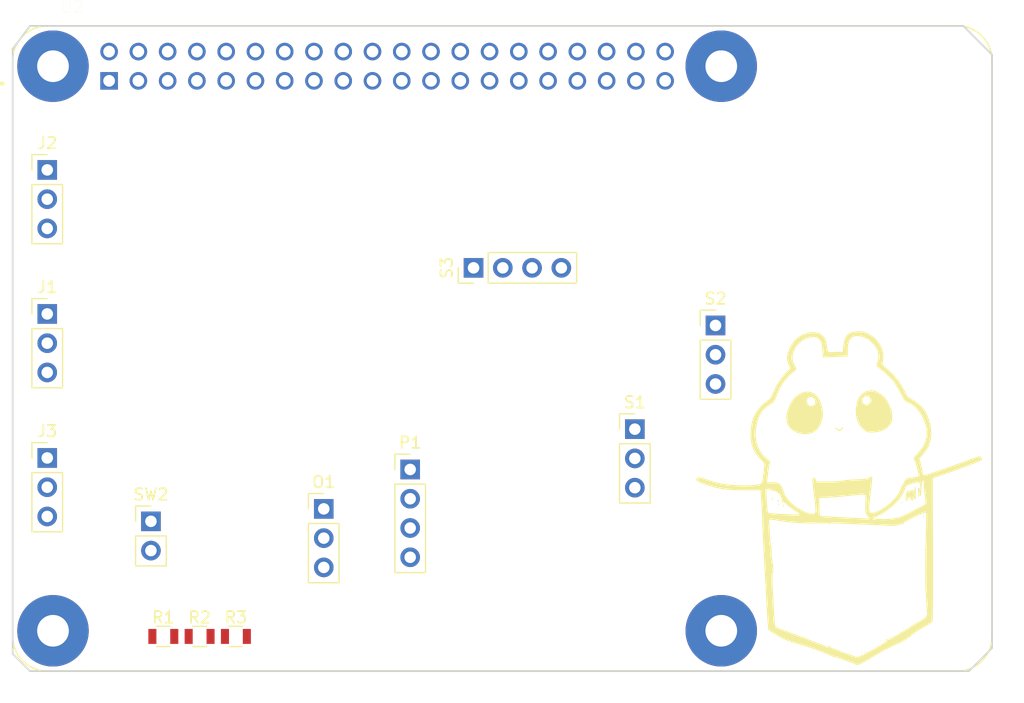
<source format=kicad_pcb>
(kicad_pcb (version 20171130) (host pcbnew "(5.0.0)")

  (general
    (thickness 1.6)
    (drawings 12)
    (tracks 0)
    (zones 0)
    (modules 14)
    (nets 5)
  )

  (page A4)
  (layers
    (0 F.Cu signal)
    (31 B.Cu signal)
    (32 B.Adhes user)
    (33 F.Adhes user)
    (34 B.Paste user)
    (35 F.Paste user)
    (36 B.SilkS user)
    (37 F.SilkS user)
    (38 B.Mask user)
    (39 F.Mask user)
    (40 Dwgs.User user)
    (41 Cmts.User user)
    (42 Eco1.User user)
    (43 Eco2.User user)
    (44 Edge.Cuts user)
    (45 Margin user)
    (46 B.CrtYd user)
    (47 F.CrtYd user)
    (48 B.Fab user)
    (49 F.Fab user)
  )

  (setup
    (last_trace_width 0.25)
    (trace_clearance 0.2)
    (zone_clearance 0.508)
    (zone_45_only no)
    (trace_min 0.2)
    (segment_width 0.2)
    (edge_width 0.15)
    (via_size 0.8)
    (via_drill 0.4)
    (via_min_size 0.4)
    (via_min_drill 0.3)
    (uvia_size 0.3)
    (uvia_drill 0.1)
    (uvias_allowed no)
    (uvia_min_size 0.2)
    (uvia_min_drill 0.1)
    (pcb_text_width 0.3)
    (pcb_text_size 1.5 1.5)
    (mod_edge_width 0.15)
    (mod_text_size 1 1)
    (mod_text_width 0.15)
    (pad_size 1.524 1.524)
    (pad_drill 0.762)
    (pad_to_mask_clearance 0.2)
    (aux_axis_origin 0 0)
    (visible_elements 7FFFFFFF)
    (pcbplotparams
      (layerselection 0x010fc_ffffffff)
      (usegerberextensions false)
      (usegerberattributes false)
      (usegerberadvancedattributes false)
      (creategerberjobfile false)
      (excludeedgelayer true)
      (linewidth 0.100000)
      (plotframeref false)
      (viasonmask false)
      (mode 1)
      (useauxorigin false)
      (hpglpennumber 1)
      (hpglpenspeed 20)
      (hpglpendiameter 15.000000)
      (psnegative false)
      (psa4output false)
      (plotreference true)
      (plotvalue true)
      (plotinvisibletext false)
      (padsonsilk false)
      (subtractmaskfromsilk false)
      (outputformat 1)
      (mirror false)
      (drillshape 1)
      (scaleselection 1)
      (outputdirectory ""))
  )

  (net 0 "")
  (net 1 3V3)
  (net 2 5V)
  (net 3 GND)
  (net 4 IO18)

  (net_class Default "Esta es la clase de red por defecto."
    (clearance 0.2)
    (trace_width 0.25)
    (via_dia 0.8)
    (via_drill 0.4)
    (uvia_dia 0.3)
    (uvia_drill 0.1)
    (add_net 3V3)
    (add_net 5V)
    (add_net GND)
    (add_net IO18)
  )

  (module hampo:Logo (layer F.Cu) (tedit 0) (tstamp 5F9AF5FE)
    (at 246.5 85.5)
    (fp_text reference G*** (at 0 0) (layer F.SilkS) hide
      (effects (font (size 1.524 1.524) (thickness 0.3)))
    )
    (fp_text value LOGO (at 0.75 0) (layer F.SilkS) hide
      (effects (font (size 1.524 1.524) (thickness 0.3)))
    )
    (fp_poly (pts (xy 0.071746 -4.132915) (xy 0.029476 -4.034804) (xy 0.016111 -4.015946) (xy -0.133605 -3.860387)
      (xy -0.277175 -3.831445) (xy -0.436511 -3.917604) (xy -0.560375 -4.033661) (xy -0.617412 -4.123839)
      (xy -0.617838 -4.128884) (xy -0.572199 -4.138246) (xy -0.45989 -4.072656) (xy -0.435064 -4.053763)
      (xy -0.252291 -3.909993) (xy -0.091821 -4.060747) (xy 0.024182 -4.144523) (xy 0.071746 -4.132915)) (layer F.SilkS) (width 0.01))
    (fp_poly (pts (xy 2.735659 -7.347697) (xy 3.043488 -7.230117) (xy 3.302866 -7.080664) (xy 3.5308 -6.91548)
      (xy 3.717783 -6.724075) (xy 3.888924 -6.474133) (xy 4.069335 -6.13334) (xy 4.1183 -6.031277)
      (xy 4.241693 -5.73725) (xy 4.304575 -5.477386) (xy 4.32445 -5.173655) (xy 4.324811 -5.110686)
      (xy 4.317794 -4.837657) (xy 4.28754 -4.65) (xy 4.220354 -4.496121) (xy 4.123676 -4.352933)
      (xy 3.816638 -4.047264) (xy 3.41741 -3.841097) (xy 2.924017 -3.733524) (xy 2.745946 -3.719777)
      (xy 2.46998 -3.711647) (xy 2.283292 -3.725954) (xy 2.138446 -3.772457) (xy 1.988009 -3.860911)
      (xy 1.956487 -3.88217) (xy 1.744833 -4.042347) (xy 1.588857 -4.210249) (xy 1.457357 -4.427547)
      (xy 1.321487 -4.730215) (xy 1.19253 -5.213333) (xy 1.177485 -5.747894) (xy 1.276644 -6.308265)
      (xy 1.302608 -6.396929) (xy 1.376569 -6.57722) (xy 1.725125 -6.57722) (xy 1.734162 -6.383276)
      (xy 1.833812 -6.216893) (xy 2.006685 -6.119811) (xy 2.093784 -6.10973) (xy 2.269351 -6.154387)
      (xy 2.363475 -6.217606) (xy 2.461021 -6.404982) (xy 2.442496 -6.633762) (xy 2.400287 -6.732081)
      (xy 2.277201 -6.834237) (xy 2.093852 -6.863238) (xy 1.907689 -6.816599) (xy 1.824093 -6.756989)
      (xy 1.725125 -6.57722) (xy 1.376569 -6.57722) (xy 1.456272 -6.771507) (xy 1.664191 -7.039105)
      (xy 1.951821 -7.226988) (xy 2.150955 -7.305468) (xy 2.45035 -7.370432) (xy 2.735659 -7.347697)) (layer F.SilkS) (width 0.01))
    (fp_poly (pts (xy -2.664532 -7.186365) (xy -2.574324 -7.147647) (xy -2.320934 -7.004807) (xy -2.136799 -6.824694)
      (xy -1.983172 -6.565351) (xy -1.930475 -6.450465) (xy -1.764894 -5.972934) (xy -1.68143 -5.501179)
      (xy -1.6855 -5.073685) (xy -1.714612 -4.916609) (xy -1.890292 -4.407818) (xy -2.131332 -4.019273)
      (xy -2.438299 -3.750171) (xy -2.59987 -3.66708) (xy -2.906308 -3.590364) (xy -3.276948 -3.57326)
      (xy -3.653255 -3.613848) (xy -3.976695 -3.710208) (xy -3.981622 -3.712419) (xy -4.382126 -3.953156)
      (xy -4.661376 -4.257767) (xy -4.819097 -4.625213) (xy -4.855018 -5.054455) (xy -4.768866 -5.544456)
      (xy -4.589528 -6.030309) (xy -4.384279 -6.409262) (xy -3.08305 -6.409262) (xy -3.026686 -6.208657)
      (xy -2.94838 -6.106218) (xy -2.766796 -6.008823) (xy -2.55761 -6.040854) (xy -2.419865 -6.126537)
      (xy -2.334571 -6.269739) (xy -2.342932 -6.450081) (xy -2.426335 -6.625665) (xy -2.566171 -6.754595)
      (xy -2.717358 -6.796216) (xy -2.915785 -6.740677) (xy -3.041883 -6.599147) (xy -3.08305 -6.409262)
      (xy -4.384279 -6.409262) (xy -4.349217 -6.473997) (xy -4.067078 -6.806749) (xy -3.720323 -7.053602)
      (xy -3.604054 -7.112871) (xy -3.264163 -7.239451) (xy -2.966661 -7.26342) (xy -2.664532 -7.186365)) (layer F.SilkS) (width 0.01))
    (fp_poly (pts (xy -5.493887 2.180348) (xy -5.491892 2.196757) (xy -5.544132 2.26341) (xy -5.56054 2.265405)
      (xy -5.627194 2.213165) (xy -5.629189 2.196757) (xy -5.576949 2.130103) (xy -5.56054 2.128108)
      (xy -5.493887 2.180348)) (layer F.SilkS) (width 0.01))
    (fp_poly (pts (xy -6.061282 1.905) (xy -6.049925 2.105041) (xy -6.061282 2.213919) (xy -6.078259 2.246451)
      (xy -6.08903 2.160201) (xy -6.091032 2.059459) (xy -6.085677 1.910983) (xy -6.071985 1.870224)
      (xy -6.061282 1.905)) (layer F.SilkS) (width 0.01))
    (fp_poly (pts (xy -5.513219 2.419865) (xy -5.502543 2.593973) (xy -5.513219 2.660135) (xy -5.533117 2.6815)
      (xy -5.54395 2.586577) (xy -5.544614 2.54) (xy -5.537457 2.415106) (xy -5.519637 2.400387)
      (xy -5.513219 2.419865)) (layer F.SilkS) (width 0.01))
    (fp_poly (pts (xy -5.104473 2.546665) (xy -5.101076 2.558469) (xy -5.091026 2.708007) (xy -5.103619 2.764414)
      (xy -5.126156 2.766697) (xy -5.13536 2.65923) (xy -5.135266 2.642973) (xy -5.125367 2.536502)
      (xy -5.104473 2.546665)) (layer F.SilkS) (width 0.01))
    (fp_poly (pts (xy 6.361845 1.05698) (xy 6.370762 1.260522) (xy 6.374976 1.458784) (xy 6.372721 1.777869)
      (xy 6.356984 2.003607) (xy 6.329383 2.117766) (xy 6.315676 2.128108) (xy 6.264117 2.068771)
      (xy 6.241607 1.939324) (xy 6.233416 1.827303) (xy 6.214387 1.825751) (xy 6.178694 1.943764)
      (xy 6.142664 2.093784) (xy 6.106964 2.230235) (xy 6.078311 2.242472) (xy 6.034267 2.14086)
      (xy 5.965416 2.036442) (xy 5.904364 2.024776) (xy 5.849759 2.002046) (xy 5.829716 1.909051)
      (xy 5.815587 1.821146) (xy 5.790372 1.853513) (xy 5.708862 2.055006) (xy 5.620701 2.205644)
      (xy 5.549349 2.265402) (xy 5.54894 2.265405) (xy 5.514724 2.204075) (xy 5.494363 2.049123)
      (xy 5.491892 1.960538) (xy 5.50611 1.766521) (xy 5.541914 1.636231) (xy 5.560541 1.613243)
      (xy 5.697838 1.613243) (xy 5.732162 1.647567) (xy 5.766487 1.613243) (xy 5.732162 1.578919)
      (xy 6.178378 1.578919) (xy 6.203496 1.635424) (xy 6.224144 1.624685) (xy 6.23236 1.543215)
      (xy 6.224144 1.533153) (xy 6.183333 1.542576) (xy 6.178378 1.578919) (xy 5.732162 1.578919)
      (xy 5.697838 1.613243) (xy 5.560541 1.613243) (xy 5.61627 1.517513) (xy 5.63024 1.420408)
      (xy 5.641705 1.323546) (xy 5.682952 1.352371) (xy 5.694698 1.370243) (xy 5.756885 1.431398)
      (xy 5.839399 1.394787) (xy 5.887836 1.353081) (xy 6.025676 1.250748) (xy 6.095599 1.260515)
      (xy 6.10973 1.338649) (xy 6.146105 1.430014) (xy 6.177071 1.441622) (xy 6.230441 1.405533)
      (xy 6.276936 1.282656) (xy 6.323923 1.051076) (xy 6.338595 0.961081) (xy 6.350632 0.950453)
      (xy 6.361845 1.05698)) (layer F.SilkS) (width 0.01))
    (fp_poly (pts (xy 5.194414 2.356937) (xy 5.20263 2.438407) (xy 5.194414 2.448468) (xy 5.153603 2.439045)
      (xy 5.148649 2.402703) (xy 5.173766 2.346197) (xy 5.194414 2.356937)) (layer F.SilkS) (width 0.01))
    (fp_poly (pts (xy 7.070811 3.398108) (xy 7.036487 3.432432) (xy 7.002162 3.398108) (xy 7.036487 3.363784)
      (xy 7.070811 3.398108)) (layer F.SilkS) (width 0.01))
    (fp_poly (pts (xy 7.116577 3.592612) (xy 7.107153 3.633424) (xy 7.070811 3.638378) (xy 7.014305 3.613261)
      (xy 7.025045 3.592612) (xy 7.106515 3.584397) (xy 7.116577 3.592612)) (layer F.SilkS) (width 0.01))
    (fp_poly (pts (xy -1.098378 4.221892) (xy -1.132703 4.256216) (xy -1.167027 4.221892) (xy -1.132703 4.187567)
      (xy -1.098378 4.221892)) (layer F.SilkS) (width 0.01))
    (fp_poly (pts (xy -4.324865 4.221892) (xy -4.359189 4.256216) (xy -4.393513 4.221892) (xy -4.359189 4.187567)
      (xy -4.324865 4.221892)) (layer F.SilkS) (width 0.01))
    (fp_poly (pts (xy -6.132613 5.377477) (xy -6.124397 5.458947) (xy -6.132613 5.469009) (xy -6.173424 5.459586)
      (xy -6.178378 5.423243) (xy -6.153261 5.366738) (xy -6.132613 5.377477)) (layer F.SilkS) (width 0.01))
    (fp_poly (pts (xy -6.041081 5.938108) (xy -6.075405 5.972432) (xy -6.10973 5.938108) (xy -6.075405 5.903784)
      (xy -6.041081 5.938108)) (layer F.SilkS) (width 0.01))
    (fp_poly (pts (xy -6.10973 6.144054) (xy -6.144054 6.178378) (xy -6.178378 6.144054) (xy -6.144054 6.10973)
      (xy -6.10973 6.144054)) (layer F.SilkS) (width 0.01))
    (fp_poly (pts (xy 7.208108 6.487297) (xy 7.173784 6.521622) (xy 7.13946 6.487297) (xy 7.173784 6.452973)
      (xy 7.208108 6.487297)) (layer F.SilkS) (width 0.01))
    (fp_poly (pts (xy 6.247027 12.802973) (xy 6.212703 12.837297) (xy 6.178378 12.802973) (xy 6.212703 12.768649)
      (xy 6.247027 12.802973)) (layer F.SilkS) (width 0.01))
    (fp_poly (pts (xy -5.697838 13.077567) (xy -5.732162 13.111892) (xy -5.766486 13.077567) (xy -5.732162 13.043243)
      (xy -5.697838 13.077567)) (layer F.SilkS) (width 0.01))
    (fp_poly (pts (xy -4.942703 13.146216) (xy -4.977027 13.18054) (xy -5.011351 13.146216) (xy -4.977027 13.111892)
      (xy -4.942703 13.146216)) (layer F.SilkS) (width 0.01))
    (fp_poly (pts (xy -5.491892 13.146216) (xy -5.526216 13.18054) (xy -5.56054 13.146216) (xy -5.526216 13.111892)
      (xy -5.491892 13.146216)) (layer F.SilkS) (width 0.01))
    (fp_poly (pts (xy 5.354595 13.283513) (xy 5.32027 13.317838) (xy 5.285946 13.283513) (xy 5.32027 13.249189)
      (xy 5.354595 13.283513)) (layer F.SilkS) (width 0.01))
    (fp_poly (pts (xy 3.910179 14.260103) (xy 3.912973 14.278919) (xy 3.889551 14.345783) (xy 3.8827 14.347567)
      (xy 3.82409 14.299463) (xy 3.81 14.278919) (xy 3.815443 14.21566) (xy 3.840273 14.21027)
      (xy 3.910179 14.260103)) (layer F.SilkS) (width 0.01))
    (fp_poly (pts (xy 3.684144 14.37045) (xy 3.674721 14.411262) (xy 3.638378 14.416216) (xy 3.581873 14.391099)
      (xy 3.592613 14.37045) (xy 3.674083 14.362234) (xy 3.684144 14.37045)) (layer F.SilkS) (width 0.01))
    (fp_poly (pts (xy 3.363784 14.381892) (xy 3.32946 14.416216) (xy 3.295135 14.381892) (xy 3.32946 14.347567)
      (xy 3.363784 14.381892)) (layer F.SilkS) (width 0.01))
    (fp_poly (pts (xy 2.036577 15.331531) (xy 2.027153 15.372343) (xy 1.990811 15.377297) (xy 1.934305 15.35218)
      (xy 1.945045 15.331531) (xy 2.026515 15.323316) (xy 2.036577 15.331531)) (layer F.SilkS) (width 0.01))
    (fp_poly (pts (xy 1.693333 15.331531) (xy 1.701549 15.413001) (xy 1.693333 15.423063) (xy 1.652522 15.41364)
      (xy 1.647568 15.377297) (xy 1.672685 15.320792) (xy 1.693333 15.331531)) (layer F.SilkS) (width 0.01))
    (fp_poly (pts (xy 1.770918 -12.469784) (xy 1.970992 -12.408871) (xy 2.211927 -12.299906) (xy 2.460197 -12.168313)
      (xy 2.681142 -12.03189) (xy 2.814595 -11.93055) (xy 3.045097 -11.67041) (xy 3.266788 -11.345775)
      (xy 3.436635 -11.021894) (xy 3.470606 -10.935868) (xy 3.535444 -10.660145) (xy 3.563448 -10.33653)
      (xy 3.552908 -10.024914) (xy 3.503356 -9.788417) (xy 3.476898 -9.682306) (xy 3.505715 -9.590764)
      (xy 3.609893 -9.479965) (xy 3.760789 -9.354893) (xy 4.428224 -8.743565) (xy 4.976718 -8.069599)
      (xy 5.414246 -7.322726) (xy 5.524524 -7.084137) (xy 5.633339 -6.886819) (xy 5.78184 -6.744006)
      (xy 6.014595 -6.611733) (xy 6.286256 -6.446078) (xy 6.592443 -6.209286) (xy 6.88635 -5.940836)
      (xy 7.121172 -5.680207) (xy 7.125321 -5.674858) (xy 7.254542 -5.461524) (xy 7.393276 -5.158885)
      (xy 7.524041 -4.812258) (xy 7.629359 -4.466956) (xy 7.68181 -4.232232) (xy 7.734561 -3.583787)
      (xy 7.658467 -2.982467) (xy 7.453259 -2.427246) (xy 7.11867 -1.9171) (xy 7.057682 -1.844836)
      (xy 6.70546 -1.439878) (xy 6.853811 -0.823552) (xy 6.919449 -0.540098) (xy 6.970216 -0.30038)
      (xy 6.998643 -0.140646) (xy 7.002162 -0.103613) (xy 7.053016 -0.012105) (xy 7.097682 0)
      (xy 7.201512 -0.022426) (xy 7.415467 -0.085411) (xy 7.720669 -0.182516) (xy 8.098241 -0.307303)
      (xy 8.529305 -0.453332) (xy 8.994984 -0.614165) (xy 9.476399 -0.783362) (xy 9.954672 -0.954484)
      (xy 10.410927 -1.121094) (xy 10.694015 -1.226658) (xy 11.065224 -1.364417) (xy 11.395884 -1.483264)
      (xy 11.662962 -1.575227) (xy 11.84343 -1.632334) (xy 11.910113 -1.647568) (xy 12.012292 -1.596088)
      (xy 12.095646 -1.480223) (xy 12.127319 -1.357832) (xy 12.105684 -1.303166) (xy 12.020079 -1.258591)
      (xy 11.824248 -1.175532) (xy 11.537428 -1.061221) (xy 11.178857 -0.922889) (xy 10.767771 -0.767766)
      (xy 10.323409 -0.603086) (xy 9.865006 -0.436077) (xy 9.4118 -0.273973) (xy 8.983029 -0.124004)
      (xy 8.821351 -0.068585) (xy 7.86027 0.258587) (xy 7.881713 6.324834) (xy 7.884241 7.229993)
      (xy 7.885364 8.098883) (xy 7.885143 8.921278) (xy 7.883641 9.686956) (xy 7.880921 10.385692)
      (xy 7.877043 11.007261) (xy 7.872071 11.54144) (xy 7.866067 11.978005) (xy 7.859093 12.30673)
      (xy 7.851211 12.517393) (xy 7.843563 12.597027) (xy 7.797036 12.6993) (xy 7.706003 12.800121)
      (xy 7.549101 12.915988) (xy 7.304966 13.063393) (xy 7.068848 13.195207) (xy 6.758755 13.373418)
      (xy 6.469205 13.554256) (xy 6.236091 13.714488) (xy 6.111593 13.814801) (xy 5.792335 14.082866)
      (xy 5.426735 14.323371) (xy 4.977957 14.559428) (xy 4.771081 14.655889) (xy 4.347169 14.851098)
      (xy 3.986078 15.025658) (xy 3.651601 15.198979) (xy 3.307533 15.390466) (xy 2.917667 15.619527)
      (xy 2.489585 15.878808) (xy 2.051092 16.138938) (xy 1.711466 16.321605) (xy 1.459377 16.431242)
      (xy 1.283495 16.472282) (xy 1.172489 16.449157) (xy 1.133991 16.409111) (xy 1.052142 16.358401)
      (xy 0.874168 16.286099) (xy 0.636399 16.206737) (xy 0.602513 16.196517) (xy 0.341003 16.112368)
      (xy 0.116375 16.028988) (xy -0.024984 15.963675) (xy -0.029723 15.96076) (xy -0.185699 15.894235)
      (xy -0.404525 15.836192) (xy -0.48054 15.822349) (xy -0.68238 15.782427) (xy -0.827779 15.73908)
      (xy -0.858108 15.723645) (xy -0.959727 15.670916) (xy -1.138383 15.594718) (xy -1.235676 15.556769)
      (xy -1.460453 15.469485) (xy -1.74818 15.35474) (xy -2.025135 15.242056) (xy -2.305727 15.134663)
      (xy -2.661728 15.009923) (xy -3.036298 14.887383) (xy -3.226486 14.828944) (xy -3.586464 14.72131)
      (xy -3.958684 14.609793) (xy -4.28674 14.511302) (xy -4.427838 14.468832) (xy -5.024371 14.252435)
      (xy -5.521277 13.989188) (xy -5.663513 13.893389) (xy -5.871024 13.762581) (xy -6.102297 13.639104)
      (xy -6.124368 13.628694) (xy -6.294869 13.527282) (xy -6.402771 13.421623) (xy -6.414699 13.397024)
      (xy -6.42621 13.335813) (xy -6.439727 13.214661) (xy -6.455834 13.024406) (xy -6.475114 12.755882)
      (xy -6.498149 12.399927) (xy -6.525524 11.947375) (xy -6.557821 11.389064) (xy -6.595624 10.71583)
      (xy -6.639516 9.918508) (xy -6.660029 9.542162) (xy -6.684184 9.099245) (xy -6.713801 8.558193)
      (xy -6.746743 7.957955) (xy -6.780871 7.337481) (xy -6.814044 6.735724) (xy -6.829664 6.452973)
      (xy -6.857875 5.922175) (xy -6.883768 5.396138) (xy -6.906119 4.902832) (xy -6.923705 4.470227)
      (xy -6.935301 4.126294) (xy -6.9392 3.950955) (xy -6.368851 3.950955) (xy -6.358 4.033108)
      (xy -6.341668 4.168524) (xy -6.322422 4.410548) (xy -6.302332 4.72858) (xy -6.283469 5.092022)
      (xy -6.277842 5.217297) (xy -6.25778 5.578144) (xy -6.231828 5.893083) (xy -6.202848 6.135109)
      (xy -6.173704 6.277216) (xy -6.163124 6.29947) (xy -6.126129 6.42014) (xy -6.123909 6.614863)
      (xy -6.130565 6.677038) (xy -6.136478 6.903337) (xy -6.111486 7.190733) (xy -6.073528 7.414054)
      (xy -6.01654 7.734507) (xy -5.984343 8.035774) (xy -5.977916 8.28795) (xy -5.998236 8.461132)
      (xy -6.037223 8.523874) (xy -6.059335 8.600445) (xy -6.068269 8.802312) (xy -6.063992 9.118107)
      (xy -6.046468 9.536459) (xy -6.040608 9.645135) (xy -6.015446 10.102162) (xy -5.98929 10.589042)
      (xy -5.964849 11.054629) (xy -5.944832 11.447778) (xy -5.94063 11.532973) (xy -5.920782 11.90125)
      (xy -5.897848 12.268248) (xy -5.875126 12.583619) (xy -5.861128 12.746544) (xy -5.820199 13.170656)
      (xy -5.457428 13.317894) (xy -5.241582 13.402051) (xy -5.069699 13.462931) (xy -5.001517 13.482321)
      (xy -4.882991 13.519124) (xy -4.700362 13.590115) (xy -4.63779 13.616613) (xy -4.422848 13.702267)
      (xy -4.230462 13.76727) (xy -4.196149 13.776649) (xy -4.000114 13.843246) (xy -3.8489 13.911529)
      (xy -3.692113 13.979338) (xy -3.589221 14.003901) (xy -3.473479 14.029856) (xy -3.301545 14.092697)
      (xy -3.280302 14.101722) (xy -3.073714 14.191074) (xy -2.827039 14.297893) (xy -2.745946 14.333037)
      (xy -2.52324 14.424739) (xy -2.324376 14.498747) (xy -2.265405 14.51787) (xy -2.072866 14.582933)
      (xy -1.887838 14.654475) (xy -1.605305 14.770849) (xy -1.420063 14.843093) (xy -1.303259 14.881282)
      (xy -1.226041 14.895493) (xy -1.19407 14.896757) (xy -1.127279 14.859895) (xy -1.139258 14.817501)
      (xy -1.147443 14.770601) (xy -1.107865 14.78792) (xy -1.055572 14.866471) (xy -1.06302 14.895084)
      (xy -1.02254 14.943319) (xy -0.881579 15.011145) (xy -0.703735 15.073226) (xy -0.48087 15.145417)
      (xy -0.30955 15.208351) (xy -0.24027 15.240789) (xy -0.139295 15.287654) (xy 0.043553 15.356011)
      (xy 0.171622 15.399309) (xy 0.455459 15.496062) (xy 0.759599 15.606155) (xy 0.858108 15.64352)
      (xy 1.080876 15.726489) (xy 1.24208 15.765399) (xy 1.386348 15.756347) (xy 1.558306 15.695432)
      (xy 1.802583 15.578751) (xy 1.846401 15.557096) (xy 2.239925 15.356002) (xy 2.63601 15.141833)
      (xy 3.016918 14.925471) (xy 3.364915 14.717799) (xy 3.662264 14.529698) (xy 3.891229 14.37205)
      (xy 4.034074 14.255736) (xy 4.073062 14.191639) (xy 4.072769 14.191136) (xy 4.073349 14.153438)
      (xy 4.10827 14.169364) (xy 4.196088 14.155431) (xy 4.372189 14.079112) (xy 4.609936 13.95315)
      (xy 4.822525 13.827718) (xy 5.111919 13.650793) (xy 5.383967 13.486363) (xy 5.601424 13.356843)
      (xy 5.697838 13.300871) (xy 5.858524 13.204225) (xy 5.960811 13.13247) (xy 5.972432 13.121097)
      (xy 6.052796 13.057822) (xy 6.170621 12.985301) (xy 6.566491 12.761005) (xy 6.856175 12.592758)
      (xy 7.054104 12.471014) (xy 7.174708 12.386226) (xy 7.232416 12.328849) (xy 7.241657 12.289336)
      (xy 7.237228 12.279687) (xy 7.251148 12.23348) (xy 7.288816 12.234921) (xy 7.351647 12.200425)
      (xy 7.366877 12.051229) (xy 7.365073 12.013513) (xy 7.354313 11.837277) (xy 7.337998 11.570252)
      (xy 7.318954 11.258691) (xy 7.310541 11.121081) (xy 7.289003 10.793039) (xy 7.265806 10.47827)
      (xy 7.244852 10.228576) (xy 7.238129 10.16) (xy 7.22791 9.987161) (xy 7.222678 9.797003)
      (xy 7.242432 9.816757) (xy 7.276757 9.782432) (xy 7.242432 9.748108) (xy 7.221898 9.768642)
      (xy 7.220004 9.69979) (xy 7.214417 9.320631) (xy 7.211152 8.87243) (xy 7.210216 8.377932)
      (xy 7.211612 7.859881) (xy 7.215346 7.341024) (xy 7.221423 6.844106) (xy 7.229846 6.391871)
      (xy 7.237274 6.10973) (xy 7.247332 5.747645) (xy 7.257022 5.338974) (xy 7.265914 4.909549)
      (xy 7.273582 4.485206) (xy 7.279596 4.091779) (xy 7.28353 3.755102) (xy 7.284955 3.501009)
      (xy 7.283442 3.355335) (xy 7.283057 3.346622) (xy 7.263161 3.272655) (xy 7.203133 3.240827)
      (xy 7.087748 3.255641) (xy 6.90178 3.321599) (xy 6.630003 3.443203) (xy 6.257193 3.624954)
      (xy 6.134718 3.686188) (xy 5.745285 3.887315) (xy 5.478733 4.038592) (xy 5.331027 4.142548)
      (xy 5.298136 4.201713) (xy 5.303714 4.207528) (xy 5.335776 4.244774) (xy 5.264435 4.228853)
      (xy 5.1211 4.231298) (xy 4.940858 4.291708) (xy 4.926966 4.298678) (xy 4.814449 4.344571)
      (xy 4.673016 4.372571) (xy 4.475507 4.384331) (xy 4.194761 4.381505) (xy 3.815774 4.366324)
      (xy 2.816635 4.319534) (xy 1.942564 4.279753) (xy 1.181532 4.246612) (xy 0.521509 4.219743)
      (xy -0.049535 4.198777) (xy -0.543631 4.183347) (xy -0.972809 4.173083) (xy -1.349098 4.167616)
      (xy -1.684529 4.166579) (xy -1.991132 4.169604) (xy -2.280936 4.17632) (xy -2.334054 4.17795)
      (xy -2.980235 4.181029) (xy -3.68307 4.154444) (xy -4.391891 4.101786) (xy -5.056033 4.026643)
      (xy -5.526216 3.951802) (xy -5.883892 3.887415) (xy -6.127097 3.853193) (xy -6.275728 3.851078)
      (xy -6.349681 3.883018) (xy -6.368851 3.950955) (xy -6.9392 3.950955) (xy -6.939282 3.947297)
      (xy -6.94854 3.607209) (xy -6.967148 3.183472) (xy -6.992437 2.72921) (xy -7.02174 2.297546)
      (xy -7.022877 2.282567) (xy -7.085618 1.45932) (xy -6.581748 1.45932) (xy -6.576019 1.724596)
      (xy -6.563264 2.036002) (xy -6.545142 2.363326) (xy -6.52331 2.676353) (xy -6.499428 2.944869)
      (xy -6.475152 3.138662) (xy -6.453667 3.225364) (xy -6.368749 3.266991) (xy -6.165087 3.303055)
      (xy -5.8365 3.334338) (xy -5.379676 3.361486) (xy -4.856125 3.386532) (xy -4.453966 3.404543)
      (xy -4.157485 3.415703) (xy -3.950965 3.420195) (xy -3.818692 3.418202) (xy -3.744951 3.409907)
      (xy -3.714025 3.395493) (xy -3.709468 3.380946) (xy -3.765124 3.323171) (xy -3.910249 3.216892)
      (xy -4.115854 3.08302) (xy -4.161533 3.054865) (xy -4.413261 2.887376) (xy -4.644489 2.710064)
      (xy -4.805965 2.560754) (xy -4.808271 2.558172) (xy -4.972281 2.410928) (xy -5.0993 2.37321)
      (xy -5.111341 2.376732) (xy -5.19093 2.372122) (xy -5.217012 2.258611) (xy -5.217297 2.235691)
      (xy -5.248663 2.057959) (xy -5.326546 1.843109) (xy -5.351943 1.790062) (xy -5.436567 1.649071)
      (xy -5.542543 1.545603) (xy -5.704929 1.455354) (xy -5.958779 1.35402) (xy -6.005751 1.336785)
      (xy -6.251921 1.253399) (xy -6.446045 1.199593) (xy -6.554839 1.184214) (xy -6.565494 1.188016)
      (xy -6.578792 1.270389) (xy -6.581748 1.45932) (xy -7.085618 1.45932) (xy -7.097431 1.304324)
      (xy -8.448101 1.304324) (xy -9.110898 1.297397) (xy -9.670233 1.273583) (xy -10.159387 1.228334)
      (xy -10.611641 1.157101) (xy -11.060275 1.055334) (xy -11.538569 0.918486) (xy -11.741869 0.854126)
      (xy -12.139284 0.71811) (xy -12.416027 0.603617) (xy -12.585527 0.502701) (xy -12.66121 0.407416)
      (xy -12.657451 0.31224) (xy -12.586921 0.215543) (xy -12.45997 0.18078) (xy -12.256826 0.20858)
      (xy -11.957718 0.299569) (xy -11.850221 0.337858) (xy -11.526365 0.449931) (xy -11.187752 0.557765)
      (xy -10.901506 0.640097) (xy -10.872123 0.647696) (xy -10.475621 0.730592) (xy -10.019209 0.796753)
      (xy -9.526194 0.845724) (xy -9.019885 0.877049) (xy -8.52359 0.890275) (xy -8.060617 0.884944)
      (xy -7.654275 0.860603) (xy -7.32787 0.816795) (xy -7.104713 0.753066) (xy -7.050195 0.722345)
      (xy -7.00218 0.669915) (xy -6.960707 0.577279) (xy -6.92234 0.42641) (xy -6.883647 0.199278)
      (xy -6.841195 -0.122144) (xy -6.791548 -0.555886) (xy -6.771425 -0.7414) (xy -6.761772 -0.915789)
      (xy -6.79302 -1.044269) (xy -6.886713 -1.174916) (xy -7.032895 -1.324913) (xy -7.415911 -1.75183)
      (xy -7.687973 -2.18239) (xy -7.859993 -2.645746) (xy -7.942885 -3.171051) (xy -7.945242 -3.430896)
      (xy -7.53027 -3.430896) (xy -7.442211 -2.827777) (xy -7.2334 -2.276887) (xy -6.905816 -1.785905)
      (xy -6.461439 -1.36251) (xy -6.459022 -1.360649) (xy -6.314586 -1.238293) (xy -6.26335 -1.143053)
      (xy -6.284394 -1.025713) (xy -6.299331 -0.984966) (xy -6.345668 -0.812014) (xy -6.390013 -0.56232)
      (xy -6.417069 -0.343243) (xy -6.446682 -0.061318) (xy -6.478632 0.206822) (xy -6.499724 0.360405)
      (xy -6.539169 0.617838) (xy -6.059879 0.617838) (xy -5.790612 0.624701) (xy -5.614653 0.652614)
      (xy -5.488382 0.712565) (xy -5.40172 0.783608) (xy -5.264845 0.955109) (xy -5.182203 1.139475)
      (xy -5.181194 1.144014) (xy -5.001684 1.657371) (xy -4.693542 2.129082) (xy -4.260379 2.554401)
      (xy -3.921183 2.798803) (xy -3.481898 3.057708) (xy -3.095818 3.238276) (xy -2.774243 3.337384)
      (xy -2.528477 3.35191) (xy -2.369822 3.278732) (xy -2.339072 3.235863) (xy -2.319537 3.131386)
      (xy -2.322244 2.925658) (xy -2.347869 2.609656) (xy -2.397093 2.17436) (xy -2.405448 2.109452)
      (xy -2.016216 2.109452) (xy -2.013869 2.162432) (xy -2.006711 2.328917) (xy -1.997959 2.583244)
      (xy -1.989286 2.875996) (xy -1.987686 2.935686) (xy -1.977176 3.216528) (xy -1.958616 3.389029)
      (xy -1.924272 3.482144) (xy -1.86641 3.524829) (xy -1.82733 3.536062) (xy -1.722274 3.548065)
      (xy -1.499407 3.56522) (xy -1.178071 3.586323) (xy -0.777606 3.610172) (xy -0.317353 3.635567)
      (xy 0.183348 3.661304) (xy 0.205946 3.662422) (xy 0.709175 3.687356) (xy 1.173929 3.710509)
      (xy 1.580622 3.730893) (xy 1.909669 3.747525) (xy 2.141487 3.759419) (xy 2.25649 3.765588)
      (xy 2.258268 3.765695) (xy 2.422751 3.775676) (xy 2.385714 3.741351) (xy 2.574324 3.741351)
      (xy 3.020541 3.784965) (xy 3.504365 3.809924) (xy 4.003716 3.796921) (xy 4.473846 3.749358)
      (xy 4.870006 3.670637) (xy 4.985095 3.635602) (xy 5.204918 3.547512) (xy 5.501919 3.41158)
      (xy 5.833896 3.247779) (xy 6.101078 3.107506) (xy 6.403605 2.945141) (xy 6.677903 2.800642)
      (xy 6.892518 2.690409) (xy 7.011083 2.632975) (xy 7.158104 2.551656) (xy 7.235123 2.483179)
      (xy 7.243517 2.388686) (xy 7.23044 2.192427) (xy 7.198739 1.927763) (xy 7.17322 1.757805)
      (xy 7.128148 1.434326) (xy 7.097205 1.126071) (xy 7.084889 0.882236) (xy 7.086478 0.808838)
      (xy 7.086434 0.615239) (xy 7.048503 0.527867) (xy 7.002162 0.514865) (xy 6.95329 0.540906)
      (xy 6.917516 0.633133) (xy 6.890701 0.8127) (xy 6.868706 1.100761) (xy 6.86114 1.235676)
      (xy 6.844657 1.515244) (xy 6.829171 1.720023) (xy 6.816588 1.828063) (xy 6.809654 1.827946)
      (xy 6.784924 1.741188) (xy 6.715207 1.766377) (xy 6.68039 1.793621) (xy 6.597335 1.851876)
      (xy 6.593281 1.812927) (xy 6.604803 1.780169) (xy 6.618291 1.647686) (xy 6.602728 1.448858)
      (xy 6.59228 1.38396) (xy 6.587449 1.338649) (xy 6.727568 1.338649) (xy 6.761892 1.372973)
      (xy 6.796216 1.338649) (xy 6.761892 1.304324) (xy 6.727568 1.338649) (xy 6.587449 1.338649)
      (xy 6.572543 1.198852) (xy 6.585775 1.077422) (xy 6.599218 1.058524) (xy 6.655483 1.072198)
      (xy 6.658919 1.094327) (xy 6.708752 1.164233) (xy 6.727568 1.167027) (xy 6.779853 1.110081)
      (xy 6.794159 0.974274) (xy 6.772295 0.812148) (xy 6.716068 0.676248) (xy 6.710405 0.668432)
      (xy 6.65095 0.608288) (xy 6.571399 0.592384) (xy 6.43328 0.621779) (xy 6.247027 0.681197)
      (xy 6.005465 0.758588) (xy 5.791309 0.822099) (xy 5.695563 0.84724) (xy 5.569006 0.910138)
      (xy 5.48384 1.05118) (xy 5.442709 1.18176) (xy 5.307301 1.521955) (xy 5.086567 1.895574)
      (xy 4.809654 2.260234) (xy 4.505709 2.573552) (xy 4.456004 2.616518) (xy 3.994241 2.981898)
      (xy 3.557354 3.284543) (xy 3.168498 3.509361) (xy 2.916428 3.619924) (xy 2.574324 3.741351)
      (xy 2.385714 3.741351) (xy 2.243882 3.609905) (xy 2.125173 3.477749) (xy 2.047421 3.324083)
      (xy 2.005217 3.121112) (xy 1.993151 2.841039) (xy 2.005815 2.456069) (xy 2.008734 2.401609)
      (xy 2.045707 1.730628) (xy 1.856769 1.69284) (xy 1.691101 1.682835) (xy 1.446266 1.694178)
      (xy 1.203832 1.720763) (xy 0.92791 1.755271) (xy 0.569702 1.793444) (xy 0.158372 1.832876)
      (xy -0.276914 1.87116) (xy -0.706992 1.905886) (xy -1.102697 1.934649) (xy -1.434863 1.955039)
      (xy -1.674326 1.96465) (xy -1.75054 1.96465) (xy -1.925878 1.966595) (xy -2.001874 2.005427)
      (xy -2.016216 2.109452) (xy -2.405448 2.109452) (xy -2.44957 1.766682) (xy -2.502719 1.347506)
      (xy -2.545269 0.970541) (xy -2.575073 0.658558) (xy -2.589983 0.434331) (xy -2.58785 0.320633)
      (xy -2.586419 0.315684) (xy -2.500069 0.216915) (xy -2.391363 0.228554) (xy -2.304939 0.341166)
      (xy -2.293596 0.377567) (xy -2.250521 0.549189) (xy -1.232703 0.549189) (xy -0.823254 0.543841)
      (xy -0.469973 0.528891) (xy -0.198627 0.505981) (xy -0.034977 0.47675) (xy -0.021631 0.47205)
      (xy 0.113632 0.442705) (xy 0.356608 0.413572) (xy 0.677731 0.387315) (xy 1.047439 0.366599)
      (xy 1.224261 0.359713) (xy 1.652719 0.342346) (xy 1.959933 0.322045) (xy 2.161956 0.296912)
      (xy 2.274838 0.265045) (xy 2.312822 0.230906) (xy 2.402763 0.153924) (xy 2.4883 0.137297)
      (xy 2.535394 0.135681) (xy 2.570232 0.141788) (xy 2.592312 0.172048) (xy 2.601132 0.242892)
      (xy 2.596189 0.370751) (xy 2.576982 0.572057) (xy 2.543008 0.863239) (xy 2.493765 1.26073)
      (xy 2.441095 1.681892) (xy 2.377643 2.226969) (xy 2.343503 2.6471) (xy 2.344357 2.952589)
      (xy 2.385885 3.153738) (xy 2.473771 3.260851) (xy 2.613696 3.28423) (xy 2.811342 3.234178)
      (xy 3.07239 3.120999) (xy 3.200101 3.058222) (xy 3.654134 2.791991) (xy 4.083147 2.46859)
      (xy 4.464903 2.110477) (xy 4.777172 1.740109) (xy 4.997718 1.37994) (xy 5.082793 1.156657)
      (xy 5.151551 0.963643) (xy 5.23113 0.821527) (xy 5.244379 0.806509) (xy 5.342049 0.664156)
      (xy 5.382521 0.569349) (xy 5.463819 0.413189) (xy 5.525597 0.343757) (xy 5.58047 0.303495)
      (xy 5.650165 0.273138) (xy 5.763706 0.246074) (xy 5.95012 0.215689) (xy 6.238429 0.175372)
      (xy 6.30341 0.166547) (xy 6.513981 0.131999) (xy 6.617259 0.091124) (xy 6.642807 0.026585)
      (xy 6.633951 -0.027304) (xy 6.602006 -0.162928) (xy 6.549976 -0.386845) (xy 6.488438 -0.653518)
      (xy 6.480858 -0.686487) (xy 6.412488 -0.943679) (xy 6.340338 -1.151163) (xy 6.278424 -1.269562)
      (xy 6.270452 -1.277568) (xy 6.195439 -1.37344) (xy 6.20199 -1.487733) (xy 6.298925 -1.640723)
      (xy 6.49506 -1.852689) (xy 6.539785 -1.896911) (xy 6.920118 -2.348554) (xy 7.182865 -2.836667)
      (xy 7.319373 -3.343951) (xy 7.333624 -3.484402) (xy 7.33408 -3.859496) (xy 7.277592 -4.219777)
      (xy 7.154394 -4.60606) (xy 6.958691 -5.050905) (xy 6.717383 -5.460958) (xy 6.421305 -5.820596)
      (xy 6.096629 -6.10359) (xy 5.769532 -6.28371) (xy 5.707562 -6.304652) (xy 5.580769 -6.34871)
      (xy 5.481698 -6.408736) (xy 5.390942 -6.508748) (xy 5.289095 -6.67276) (xy 5.156748 -6.92479)
      (xy 5.075031 -7.087397) (xy 4.903047 -7.412535) (xy 4.718267 -7.731144) (xy 4.547105 -7.99902)
      (xy 4.453165 -8.128143) (xy 4.244327 -8.365658) (xy 3.982058 -8.628541) (xy 3.699268 -8.887163)
      (xy 3.42887 -9.111898) (xy 3.203777 -9.273118) (xy 3.140676 -9.30964) (xy 2.988845 -9.450803)
      (xy 2.959805 -9.637441) (xy 3.057048 -9.84704) (xy 3.13251 -10.038986) (xy 3.151748 -10.308013)
      (xy 3.116182 -10.606588) (xy 3.027234 -10.887183) (xy 3.025862 -10.890216) (xy 2.770301 -11.310451)
      (xy 2.430446 -11.655989) (xy 2.031001 -11.909632) (xy 1.596671 -12.054179) (xy 1.314705 -12.081492)
      (xy 1.08232 -12.070998) (xy 0.929353 -12.024613) (xy 0.798759 -11.921576) (xy 0.757425 -11.878667)
      (xy 0.628357 -11.70969) (xy 0.544804 -11.51189) (xy 0.498527 -11.25256) (xy 0.481286 -10.898994)
      (xy 0.480541 -10.779444) (xy 0.480541 -10.317672) (xy -0.463378 -10.274426) (xy -0.820286 -10.257218)
      (xy -1.136528 -10.240386) (xy -1.382319 -10.225626) (xy -1.527876 -10.21464) (xy -1.544595 -10.212752)
      (xy -1.610235 -10.214781) (xy -1.653521 -10.258876) (xy -1.681615 -10.370154) (xy -1.70168 -10.573734)
      (xy -1.716526 -10.815655) (xy -1.752869 -11.208407) (xy -1.819066 -11.494533) (xy -1.927106 -11.703538)
      (xy -2.088979 -11.864928) (xy -2.164593 -11.918269) (xy -2.317335 -11.986606) (xy -2.513049 -12.001105)
      (xy -2.695664 -11.983709) (xy -3.105587 -11.875067) (xy -3.476204 -11.674246) (xy -3.795293 -11.401264)
      (xy -4.050635 -11.076139) (xy -4.230008 -10.718891) (xy -4.321192 -10.349537) (xy -4.311967 -9.988095)
      (xy -4.190112 -9.654585) (xy -4.153243 -9.596064) (xy -4.02332 -9.373535) (xy -3.992506 -9.215397)
      (xy -4.059839 -9.092037) (xy -4.134899 -9.030696) (xy -4.255697 -8.933062) (xy -4.439223 -8.769961)
      (xy -4.650665 -8.572551) (xy -4.703705 -8.521588) (xy -5.105224 -8.059113) (xy -5.439397 -7.507543)
      (xy -5.7184 -6.846608) (xy -5.730265 -6.812787) (xy -5.826381 -6.558765) (xy -5.918683 -6.39359)
      (xy -6.039814 -6.273741) (xy -6.222415 -6.155696) (xy -6.223627 -6.154985) (xy -6.636995 -5.873702)
      (xy -6.942907 -5.564999) (xy -7.170874 -5.191957) (xy -7.336209 -4.763103) (xy -7.495596 -4.078564)
      (xy -7.53027 -3.430896) (xy -7.945242 -3.430896) (xy -7.948323 -3.770405) (xy -7.880777 -4.412794)
      (xy -7.731645 -4.963921) (xy -7.490281 -5.450075) (xy -7.146041 -5.897542) (xy -7.042938 -6.006161)
      (xy -6.825933 -6.214476) (xy -6.618892 -6.392587) (xy -6.458242 -6.509714) (xy -6.425592 -6.527849)
      (xy -6.290323 -6.627967) (xy -6.170145 -6.802865) (xy -6.046737 -7.0763) (xy -5.736604 -7.740707)
      (xy -5.368797 -8.332745) (xy -4.962407 -8.822146) (xy -4.916783 -8.867811) (xy -4.513296 -9.263703)
      (xy -4.668071 -9.645044) (xy -4.77177 -9.968501) (xy -4.7947 -10.253001) (xy -4.78794 -10.336074)
      (xy -4.713013 -10.651318) (xy -4.566969 -11.013314) (xy -4.374984 -11.370948) (xy -4.162232 -11.673103)
      (xy -4.089431 -11.75433) (xy -3.754331 -12.026146) (xy -3.355372 -12.234717) (xy -2.928716 -12.368988)
      (xy -2.510522 -12.417907) (xy -2.136953 -12.370418) (xy -2.105766 -12.360711) (xy -1.822814 -12.235247)
      (xy -1.614314 -12.058719) (xy -1.467145 -11.80959) (xy -1.368188 -11.466324) (xy -1.308818 -11.052433)
      (xy -1.269252 -10.813448) (xy -1.21384 -10.693536) (xy -1.184189 -10.68173) (xy -1.079082 -10.686079)
      (xy -0.875143 -10.691599) (xy -0.610821 -10.697289) (xy -0.524821 -10.698892) (xy 0.048735 -10.709189)
      (xy 0.088274 -11.180806) (xy 0.158287 -11.646573) (xy 0.287409 -11.996171) (xy 0.487074 -12.242184)
      (xy 0.768717 -12.397199) (xy 1.14377 -12.4738) (xy 1.271491 -12.483137) (xy 1.558404 -12.490515)
      (xy 1.770918 -12.469784)) (layer F.SilkS) (width 0.01))
  )

  (module Pin_Headers:Pin_Header_Straight_1x03_Pitch2.54mm (layer F.Cu) (tedit 59650532) (tstamp 5F9AECFE)
    (at 177.5 71.5)
    (descr "Through hole straight pin header, 1x03, 2.54mm pitch, single row")
    (tags "Through hole pin header THT 1x03 2.54mm single row")
    (path /5F9BB3C8)
    (fp_text reference J1 (at 0 -2.33) (layer F.SilkS)
      (effects (font (size 1 1) (thickness 0.15)))
    )
    (fp_text value 3v3 (at 0 7.41) (layer F.Fab)
      (effects (font (size 1 1) (thickness 0.15)))
    )
    (fp_text user %R (at 0 2.54 90) (layer F.Fab)
      (effects (font (size 1 1) (thickness 0.15)))
    )
    (fp_line (start 1.8 -1.8) (end -1.8 -1.8) (layer F.CrtYd) (width 0.05))
    (fp_line (start 1.8 6.85) (end 1.8 -1.8) (layer F.CrtYd) (width 0.05))
    (fp_line (start -1.8 6.85) (end 1.8 6.85) (layer F.CrtYd) (width 0.05))
    (fp_line (start -1.8 -1.8) (end -1.8 6.85) (layer F.CrtYd) (width 0.05))
    (fp_line (start -1.33 -1.33) (end 0 -1.33) (layer F.SilkS) (width 0.12))
    (fp_line (start -1.33 0) (end -1.33 -1.33) (layer F.SilkS) (width 0.12))
    (fp_line (start -1.33 1.27) (end 1.33 1.27) (layer F.SilkS) (width 0.12))
    (fp_line (start 1.33 1.27) (end 1.33 6.41) (layer F.SilkS) (width 0.12))
    (fp_line (start -1.33 1.27) (end -1.33 6.41) (layer F.SilkS) (width 0.12))
    (fp_line (start -1.33 6.41) (end 1.33 6.41) (layer F.SilkS) (width 0.12))
    (fp_line (start -1.27 -0.635) (end -0.635 -1.27) (layer F.Fab) (width 0.1))
    (fp_line (start -1.27 6.35) (end -1.27 -0.635) (layer F.Fab) (width 0.1))
    (fp_line (start 1.27 6.35) (end -1.27 6.35) (layer F.Fab) (width 0.1))
    (fp_line (start 1.27 -1.27) (end 1.27 6.35) (layer F.Fab) (width 0.1))
    (fp_line (start -0.635 -1.27) (end 1.27 -1.27) (layer F.Fab) (width 0.1))
    (pad 3 thru_hole oval (at 0 5.08) (size 1.7 1.7) (drill 1) (layers *.Cu *.Mask)
      (net 1 3V3))
    (pad 2 thru_hole oval (at 0 2.54) (size 1.7 1.7) (drill 1) (layers *.Cu *.Mask)
      (net 1 3V3))
    (pad 1 thru_hole rect (at 0 0) (size 1.7 1.7) (drill 1) (layers *.Cu *.Mask)
      (net 1 3V3))
    (model ${KISYS3DMOD}/Pin_Headers.3dshapes/Pin_Header_Straight_1x03_Pitch2.54mm.wrl
      (at (xyz 0 0 0))
      (scale (xyz 1 1 1))
      (rotate (xyz 0 0 0))
    )
  )

  (module Pin_Headers:Pin_Header_Straight_1x03_Pitch2.54mm (layer F.Cu) (tedit 59650532) (tstamp 5F9AED15)
    (at 177.5 59)
    (descr "Through hole straight pin header, 1x03, 2.54mm pitch, single row")
    (tags "Through hole pin header THT 1x03 2.54mm single row")
    (path /5F9BB2DB)
    (fp_text reference J2 (at 0 -2.33) (layer F.SilkS)
      (effects (font (size 1 1) (thickness 0.15)))
    )
    (fp_text value 5v (at 0 7.41) (layer F.Fab)
      (effects (font (size 1 1) (thickness 0.15)))
    )
    (fp_line (start -0.635 -1.27) (end 1.27 -1.27) (layer F.Fab) (width 0.1))
    (fp_line (start 1.27 -1.27) (end 1.27 6.35) (layer F.Fab) (width 0.1))
    (fp_line (start 1.27 6.35) (end -1.27 6.35) (layer F.Fab) (width 0.1))
    (fp_line (start -1.27 6.35) (end -1.27 -0.635) (layer F.Fab) (width 0.1))
    (fp_line (start -1.27 -0.635) (end -0.635 -1.27) (layer F.Fab) (width 0.1))
    (fp_line (start -1.33 6.41) (end 1.33 6.41) (layer F.SilkS) (width 0.12))
    (fp_line (start -1.33 1.27) (end -1.33 6.41) (layer F.SilkS) (width 0.12))
    (fp_line (start 1.33 1.27) (end 1.33 6.41) (layer F.SilkS) (width 0.12))
    (fp_line (start -1.33 1.27) (end 1.33 1.27) (layer F.SilkS) (width 0.12))
    (fp_line (start -1.33 0) (end -1.33 -1.33) (layer F.SilkS) (width 0.12))
    (fp_line (start -1.33 -1.33) (end 0 -1.33) (layer F.SilkS) (width 0.12))
    (fp_line (start -1.8 -1.8) (end -1.8 6.85) (layer F.CrtYd) (width 0.05))
    (fp_line (start -1.8 6.85) (end 1.8 6.85) (layer F.CrtYd) (width 0.05))
    (fp_line (start 1.8 6.85) (end 1.8 -1.8) (layer F.CrtYd) (width 0.05))
    (fp_line (start 1.8 -1.8) (end -1.8 -1.8) (layer F.CrtYd) (width 0.05))
    (fp_text user %R (at 0 2.54 90) (layer F.Fab)
      (effects (font (size 1 1) (thickness 0.15)))
    )
    (pad 1 thru_hole rect (at 0 0) (size 1.7 1.7) (drill 1) (layers *.Cu *.Mask)
      (net 2 5V))
    (pad 2 thru_hole oval (at 0 2.54) (size 1.7 1.7) (drill 1) (layers *.Cu *.Mask)
      (net 2 5V))
    (pad 3 thru_hole oval (at 0 5.08) (size 1.7 1.7) (drill 1) (layers *.Cu *.Mask)
      (net 2 5V))
    (model ${KISYS3DMOD}/Pin_Headers.3dshapes/Pin_Header_Straight_1x03_Pitch2.54mm.wrl
      (at (xyz 0 0 0))
      (scale (xyz 1 1 1))
      (rotate (xyz 0 0 0))
    )
  )

  (module Pin_Headers:Pin_Header_Straight_1x03_Pitch2.54mm (layer F.Cu) (tedit 59650532) (tstamp 5F9AFB11)
    (at 177.5 84)
    (descr "Through hole straight pin header, 1x03, 2.54mm pitch, single row")
    (tags "Through hole pin header THT 1x03 2.54mm single row")
    (path /5F9BC420)
    (fp_text reference J3 (at 0 -2.33) (layer F.SilkS)
      (effects (font (size 1 1) (thickness 0.15)))
    )
    (fp_text value GND (at 0 7.41) (layer F.Fab)
      (effects (font (size 1 1) (thickness 0.15)))
    )
    (fp_line (start -0.635 -1.27) (end 1.27 -1.27) (layer F.Fab) (width 0.1))
    (fp_line (start 1.27 -1.27) (end 1.27 6.35) (layer F.Fab) (width 0.1))
    (fp_line (start 1.27 6.35) (end -1.27 6.35) (layer F.Fab) (width 0.1))
    (fp_line (start -1.27 6.35) (end -1.27 -0.635) (layer F.Fab) (width 0.1))
    (fp_line (start -1.27 -0.635) (end -0.635 -1.27) (layer F.Fab) (width 0.1))
    (fp_line (start -1.33 6.41) (end 1.33 6.41) (layer F.SilkS) (width 0.12))
    (fp_line (start -1.33 1.27) (end -1.33 6.41) (layer F.SilkS) (width 0.12))
    (fp_line (start 1.33 1.27) (end 1.33 6.41) (layer F.SilkS) (width 0.12))
    (fp_line (start -1.33 1.27) (end 1.33 1.27) (layer F.SilkS) (width 0.12))
    (fp_line (start -1.33 0) (end -1.33 -1.33) (layer F.SilkS) (width 0.12))
    (fp_line (start -1.33 -1.33) (end 0 -1.33) (layer F.SilkS) (width 0.12))
    (fp_line (start -1.8 -1.8) (end -1.8 6.85) (layer F.CrtYd) (width 0.05))
    (fp_line (start -1.8 6.85) (end 1.8 6.85) (layer F.CrtYd) (width 0.05))
    (fp_line (start 1.8 6.85) (end 1.8 -1.8) (layer F.CrtYd) (width 0.05))
    (fp_line (start 1.8 -1.8) (end -1.8 -1.8) (layer F.CrtYd) (width 0.05))
    (fp_text user %R (at 0 2.54 90) (layer F.Fab)
      (effects (font (size 1 1) (thickness 0.15)))
    )
    (pad 1 thru_hole rect (at 0 0) (size 1.7 1.7) (drill 1) (layers *.Cu *.Mask)
      (net 3 GND))
    (pad 2 thru_hole oval (at 0 2.54) (size 1.7 1.7) (drill 1) (layers *.Cu *.Mask)
      (net 3 GND))
    (pad 3 thru_hole oval (at 0 5.08) (size 1.7 1.7) (drill 1) (layers *.Cu *.Mask)
      (net 3 GND))
    (model ${KISYS3DMOD}/Pin_Headers.3dshapes/Pin_Header_Straight_1x03_Pitch2.54mm.wrl
      (at (xyz 0 0 0))
      (scale (xyz 1 1 1))
      (rotate (xyz 0 0 0))
    )
  )

  (module Pin_Headers:Pin_Header_Straight_1x03_Pitch2.54mm (layer F.Cu) (tedit 59650532) (tstamp 5F9AED43)
    (at 201.5 88.42)
    (descr "Through hole straight pin header, 1x03, 2.54mm pitch, single row")
    (tags "Through hole pin header THT 1x03 2.54mm single row")
    (path /5F9AD43B)
    (fp_text reference O1 (at 0 -2.33) (layer F.SilkS)
      (effects (font (size 1 1) (thickness 0.15)))
    )
    (fp_text value Relé (at 0 7.41) (layer F.Fab)
      (effects (font (size 1 1) (thickness 0.15)))
    )
    (fp_text user %R (at 0 2.54 90) (layer F.Fab)
      (effects (font (size 1 1) (thickness 0.15)))
    )
    (fp_line (start 1.8 -1.8) (end -1.8 -1.8) (layer F.CrtYd) (width 0.05))
    (fp_line (start 1.8 6.85) (end 1.8 -1.8) (layer F.CrtYd) (width 0.05))
    (fp_line (start -1.8 6.85) (end 1.8 6.85) (layer F.CrtYd) (width 0.05))
    (fp_line (start -1.8 -1.8) (end -1.8 6.85) (layer F.CrtYd) (width 0.05))
    (fp_line (start -1.33 -1.33) (end 0 -1.33) (layer F.SilkS) (width 0.12))
    (fp_line (start -1.33 0) (end -1.33 -1.33) (layer F.SilkS) (width 0.12))
    (fp_line (start -1.33 1.27) (end 1.33 1.27) (layer F.SilkS) (width 0.12))
    (fp_line (start 1.33 1.27) (end 1.33 6.41) (layer F.SilkS) (width 0.12))
    (fp_line (start -1.33 1.27) (end -1.33 6.41) (layer F.SilkS) (width 0.12))
    (fp_line (start -1.33 6.41) (end 1.33 6.41) (layer F.SilkS) (width 0.12))
    (fp_line (start -1.27 -0.635) (end -0.635 -1.27) (layer F.Fab) (width 0.1))
    (fp_line (start -1.27 6.35) (end -1.27 -0.635) (layer F.Fab) (width 0.1))
    (fp_line (start 1.27 6.35) (end -1.27 6.35) (layer F.Fab) (width 0.1))
    (fp_line (start 1.27 -1.27) (end 1.27 6.35) (layer F.Fab) (width 0.1))
    (fp_line (start -0.635 -1.27) (end 1.27 -1.27) (layer F.Fab) (width 0.1))
    (pad 3 thru_hole oval (at 0 5.08) (size 1.7 1.7) (drill 1) (layers *.Cu *.Mask)
      (net 2 5V))
    (pad 2 thru_hole oval (at 0 2.54) (size 1.7 1.7) (drill 1) (layers *.Cu *.Mask)
      (net 3 GND))
    (pad 1 thru_hole rect (at 0 0) (size 1.7 1.7) (drill 1) (layers *.Cu *.Mask))
    (model ${KISYS3DMOD}/Pin_Headers.3dshapes/Pin_Header_Straight_1x03_Pitch2.54mm.wrl
      (at (xyz 0 0 0))
      (scale (xyz 1 1 1))
      (rotate (xyz 0 0 0))
    )
  )

  (module Pin_Headers:Pin_Header_Straight_1x04_Pitch2.54mm (layer F.Cu) (tedit 59650532) (tstamp 5F9AED5B)
    (at 209 85)
    (descr "Through hole straight pin header, 1x04, 2.54mm pitch, single row")
    (tags "Through hole pin header THT 1x04 2.54mm single row")
    (path /5F9AD366)
    (fp_text reference P1 (at 0 -2.33) (layer F.SilkS)
      (effects (font (size 1 1) (thickness 0.15)))
    )
    (fp_text value Pantalla_Oled (at 0 9.95) (layer F.Fab)
      (effects (font (size 1 1) (thickness 0.15)))
    )
    (fp_text user %R (at 0 3.81 90) (layer F.Fab)
      (effects (font (size 1 1) (thickness 0.15)))
    )
    (fp_line (start 1.8 -1.8) (end -1.8 -1.8) (layer F.CrtYd) (width 0.05))
    (fp_line (start 1.8 9.4) (end 1.8 -1.8) (layer F.CrtYd) (width 0.05))
    (fp_line (start -1.8 9.4) (end 1.8 9.4) (layer F.CrtYd) (width 0.05))
    (fp_line (start -1.8 -1.8) (end -1.8 9.4) (layer F.CrtYd) (width 0.05))
    (fp_line (start -1.33 -1.33) (end 0 -1.33) (layer F.SilkS) (width 0.12))
    (fp_line (start -1.33 0) (end -1.33 -1.33) (layer F.SilkS) (width 0.12))
    (fp_line (start -1.33 1.27) (end 1.33 1.27) (layer F.SilkS) (width 0.12))
    (fp_line (start 1.33 1.27) (end 1.33 8.95) (layer F.SilkS) (width 0.12))
    (fp_line (start -1.33 1.27) (end -1.33 8.95) (layer F.SilkS) (width 0.12))
    (fp_line (start -1.33 8.95) (end 1.33 8.95) (layer F.SilkS) (width 0.12))
    (fp_line (start -1.27 -0.635) (end -0.635 -1.27) (layer F.Fab) (width 0.1))
    (fp_line (start -1.27 8.89) (end -1.27 -0.635) (layer F.Fab) (width 0.1))
    (fp_line (start 1.27 8.89) (end -1.27 8.89) (layer F.Fab) (width 0.1))
    (fp_line (start 1.27 -1.27) (end 1.27 8.89) (layer F.Fab) (width 0.1))
    (fp_line (start -0.635 -1.27) (end 1.27 -1.27) (layer F.Fab) (width 0.1))
    (pad 4 thru_hole oval (at 0 7.62) (size 1.7 1.7) (drill 1) (layers *.Cu *.Mask)
      (net 3 GND))
    (pad 3 thru_hole oval (at 0 5.08) (size 1.7 1.7) (drill 1) (layers *.Cu *.Mask)
      (net 1 3V3))
    (pad 2 thru_hole oval (at 0 2.54) (size 1.7 1.7) (drill 1) (layers *.Cu *.Mask))
    (pad 1 thru_hole rect (at 0 0) (size 1.7 1.7) (drill 1) (layers *.Cu *.Mask))
    (model ${KISYS3DMOD}/Pin_Headers.3dshapes/Pin_Header_Straight_1x04_Pitch2.54mm.wrl
      (at (xyz 0 0 0))
      (scale (xyz 1 1 1))
      (rotate (xyz 0 0 0))
    )
  )

  (module Resistors_SMD:R_0805 (layer F.Cu) (tedit 58E0A804) (tstamp 5F9AED6C)
    (at 187.575001 99.490001)
    (descr "Resistor SMD 0805, reflow soldering, Vishay (see dcrcw.pdf)")
    (tags "resistor 0805")
    (path /5F9B095C)
    (attr smd)
    (fp_text reference R1 (at 0 -1.65) (layer F.SilkS)
      (effects (font (size 1 1) (thickness 0.15)))
    )
    (fp_text value 10k (at 0 1.75) (layer F.Fab)
      (effects (font (size 1 1) (thickness 0.15)))
    )
    (fp_text user %R (at 0 0) (layer F.Fab)
      (effects (font (size 0.5 0.5) (thickness 0.075)))
    )
    (fp_line (start -1 0.62) (end -1 -0.62) (layer F.Fab) (width 0.1))
    (fp_line (start 1 0.62) (end -1 0.62) (layer F.Fab) (width 0.1))
    (fp_line (start 1 -0.62) (end 1 0.62) (layer F.Fab) (width 0.1))
    (fp_line (start -1 -0.62) (end 1 -0.62) (layer F.Fab) (width 0.1))
    (fp_line (start 0.6 0.88) (end -0.6 0.88) (layer F.SilkS) (width 0.12))
    (fp_line (start -0.6 -0.88) (end 0.6 -0.88) (layer F.SilkS) (width 0.12))
    (fp_line (start -1.55 -0.9) (end 1.55 -0.9) (layer F.CrtYd) (width 0.05))
    (fp_line (start -1.55 -0.9) (end -1.55 0.9) (layer F.CrtYd) (width 0.05))
    (fp_line (start 1.55 0.9) (end 1.55 -0.9) (layer F.CrtYd) (width 0.05))
    (fp_line (start 1.55 0.9) (end -1.55 0.9) (layer F.CrtYd) (width 0.05))
    (pad 1 smd rect (at -0.95 0) (size 0.7 1.3) (layers F.Cu F.Paste F.Mask))
    (pad 2 smd rect (at 0.95 0) (size 0.7 1.3) (layers F.Cu F.Paste F.Mask)
      (net 3 GND))
    (model ${KISYS3DMOD}/Resistors_SMD.3dshapes/R_0805.wrl
      (at (xyz 0 0 0))
      (scale (xyz 1 1 1))
      (rotate (xyz 0 0 0))
    )
  )

  (module Resistors_SMD:R_0805 (layer F.Cu) (tedit 58E0A804) (tstamp 5F9AED7D)
    (at 190.725001 99.490001)
    (descr "Resistor SMD 0805, reflow soldering, Vishay (see dcrcw.pdf)")
    (tags "resistor 0805")
    (path /5F9AFD37)
    (attr smd)
    (fp_text reference R2 (at 0 -1.65) (layer F.SilkS)
      (effects (font (size 1 1) (thickness 0.15)))
    )
    (fp_text value 220 (at 0 1.75) (layer F.Fab)
      (effects (font (size 1 1) (thickness 0.15)))
    )
    (fp_line (start 1.55 0.9) (end -1.55 0.9) (layer F.CrtYd) (width 0.05))
    (fp_line (start 1.55 0.9) (end 1.55 -0.9) (layer F.CrtYd) (width 0.05))
    (fp_line (start -1.55 -0.9) (end -1.55 0.9) (layer F.CrtYd) (width 0.05))
    (fp_line (start -1.55 -0.9) (end 1.55 -0.9) (layer F.CrtYd) (width 0.05))
    (fp_line (start -0.6 -0.88) (end 0.6 -0.88) (layer F.SilkS) (width 0.12))
    (fp_line (start 0.6 0.88) (end -0.6 0.88) (layer F.SilkS) (width 0.12))
    (fp_line (start -1 -0.62) (end 1 -0.62) (layer F.Fab) (width 0.1))
    (fp_line (start 1 -0.62) (end 1 0.62) (layer F.Fab) (width 0.1))
    (fp_line (start 1 0.62) (end -1 0.62) (layer F.Fab) (width 0.1))
    (fp_line (start -1 0.62) (end -1 -0.62) (layer F.Fab) (width 0.1))
    (fp_text user %R (at 0 0) (layer F.Fab)
      (effects (font (size 0.5 0.5) (thickness 0.075)))
    )
    (pad 2 smd rect (at 0.95 0) (size 0.7 1.3) (layers F.Cu F.Paste F.Mask))
    (pad 1 smd rect (at -0.95 0) (size 0.7 1.3) (layers F.Cu F.Paste F.Mask))
    (model ${KISYS3DMOD}/Resistors_SMD.3dshapes/R_0805.wrl
      (at (xyz 0 0 0))
      (scale (xyz 1 1 1))
      (rotate (xyz 0 0 0))
    )
  )

  (module Resistors_SMD:R_0805 (layer F.Cu) (tedit 58E0A804) (tstamp 5F9AED8E)
    (at 193.875001 99.490001)
    (descr "Resistor SMD 0805, reflow soldering, Vishay (see dcrcw.pdf)")
    (tags "resistor 0805")
    (path /5F9B1282)
    (attr smd)
    (fp_text reference R3 (at 0 -1.65) (layer F.SilkS)
      (effects (font (size 1 1) (thickness 0.15)))
    )
    (fp_text value 10k (at 0 1.75) (layer F.Fab)
      (effects (font (size 1 1) (thickness 0.15)))
    )
    (fp_line (start 1.55 0.9) (end -1.55 0.9) (layer F.CrtYd) (width 0.05))
    (fp_line (start 1.55 0.9) (end 1.55 -0.9) (layer F.CrtYd) (width 0.05))
    (fp_line (start -1.55 -0.9) (end -1.55 0.9) (layer F.CrtYd) (width 0.05))
    (fp_line (start -1.55 -0.9) (end 1.55 -0.9) (layer F.CrtYd) (width 0.05))
    (fp_line (start -0.6 -0.88) (end 0.6 -0.88) (layer F.SilkS) (width 0.12))
    (fp_line (start 0.6 0.88) (end -0.6 0.88) (layer F.SilkS) (width 0.12))
    (fp_line (start -1 -0.62) (end 1 -0.62) (layer F.Fab) (width 0.1))
    (fp_line (start 1 -0.62) (end 1 0.62) (layer F.Fab) (width 0.1))
    (fp_line (start 1 0.62) (end -1 0.62) (layer F.Fab) (width 0.1))
    (fp_line (start -1 0.62) (end -1 -0.62) (layer F.Fab) (width 0.1))
    (fp_text user %R (at 0 0) (layer F.Fab)
      (effects (font (size 0.5 0.5) (thickness 0.075)))
    )
    (pad 2 smd rect (at 0.95 0) (size 0.7 1.3) (layers F.Cu F.Paste F.Mask)
      (net 3 GND))
    (pad 1 smd rect (at -0.95 0) (size 0.7 1.3) (layers F.Cu F.Paste F.Mask)
      (net 4 IO18))
    (model ${KISYS3DMOD}/Resistors_SMD.3dshapes/R_0805.wrl
      (at (xyz 0 0 0))
      (scale (xyz 1 1 1))
      (rotate (xyz 0 0 0))
    )
  )

  (module Pin_Headers:Pin_Header_Straight_1x03_Pitch2.54mm (layer F.Cu) (tedit 59650532) (tstamp 5F9AEDA5)
    (at 228.5 81.5)
    (descr "Through hole straight pin header, 1x03, 2.54mm pitch, single row")
    (tags "Through hole pin header THT 1x03 2.54mm single row")
    (path /5F9AD2D2)
    (fp_text reference S1 (at 0 -2.33) (layer F.SilkS)
      (effects (font (size 1 1) (thickness 0.15)))
    )
    (fp_text value S_HumTemp (at 0 7.41) (layer F.Fab)
      (effects (font (size 1 1) (thickness 0.15)))
    )
    (fp_line (start -0.635 -1.27) (end 1.27 -1.27) (layer F.Fab) (width 0.1))
    (fp_line (start 1.27 -1.27) (end 1.27 6.35) (layer F.Fab) (width 0.1))
    (fp_line (start 1.27 6.35) (end -1.27 6.35) (layer F.Fab) (width 0.1))
    (fp_line (start -1.27 6.35) (end -1.27 -0.635) (layer F.Fab) (width 0.1))
    (fp_line (start -1.27 -0.635) (end -0.635 -1.27) (layer F.Fab) (width 0.1))
    (fp_line (start -1.33 6.41) (end 1.33 6.41) (layer F.SilkS) (width 0.12))
    (fp_line (start -1.33 1.27) (end -1.33 6.41) (layer F.SilkS) (width 0.12))
    (fp_line (start 1.33 1.27) (end 1.33 6.41) (layer F.SilkS) (width 0.12))
    (fp_line (start -1.33 1.27) (end 1.33 1.27) (layer F.SilkS) (width 0.12))
    (fp_line (start -1.33 0) (end -1.33 -1.33) (layer F.SilkS) (width 0.12))
    (fp_line (start -1.33 -1.33) (end 0 -1.33) (layer F.SilkS) (width 0.12))
    (fp_line (start -1.8 -1.8) (end -1.8 6.85) (layer F.CrtYd) (width 0.05))
    (fp_line (start -1.8 6.85) (end 1.8 6.85) (layer F.CrtYd) (width 0.05))
    (fp_line (start 1.8 6.85) (end 1.8 -1.8) (layer F.CrtYd) (width 0.05))
    (fp_line (start 1.8 -1.8) (end -1.8 -1.8) (layer F.CrtYd) (width 0.05))
    (fp_text user %R (at 0 2.54 90) (layer F.Fab)
      (effects (font (size 1 1) (thickness 0.15)))
    )
    (pad 1 thru_hole rect (at 0 0) (size 1.7 1.7) (drill 1) (layers *.Cu *.Mask)
      (net 1 3V3))
    (pad 2 thru_hole oval (at 0 2.54) (size 1.7 1.7) (drill 1) (layers *.Cu *.Mask))
    (pad 3 thru_hole oval (at 0 5.08) (size 1.7 1.7) (drill 1) (layers *.Cu *.Mask)
      (net 3 GND))
    (model ${KISYS3DMOD}/Pin_Headers.3dshapes/Pin_Header_Straight_1x03_Pitch2.54mm.wrl
      (at (xyz 0 0 0))
      (scale (xyz 1 1 1))
      (rotate (xyz 0 0 0))
    )
  )

  (module Pin_Headers:Pin_Header_Straight_1x03_Pitch2.54mm (layer F.Cu) (tedit 59650532) (tstamp 5F9AEDBC)
    (at 235.5 72.5)
    (descr "Through hole straight pin header, 1x03, 2.54mm pitch, single row")
    (tags "Through hole pin header THT 1x03 2.54mm single row")
    (path /5F9AE068)
    (fp_text reference S2 (at 0 -2.33) (layer F.SilkS)
      (effects (font (size 1 1) (thickness 0.15)))
    )
    (fp_text value S_PIR (at 0 7.41) (layer F.Fab)
      (effects (font (size 1 1) (thickness 0.15)))
    )
    (fp_text user %R (at 0 2.54 90) (layer F.Fab)
      (effects (font (size 1 1) (thickness 0.15)))
    )
    (fp_line (start 1.8 -1.8) (end -1.8 -1.8) (layer F.CrtYd) (width 0.05))
    (fp_line (start 1.8 6.85) (end 1.8 -1.8) (layer F.CrtYd) (width 0.05))
    (fp_line (start -1.8 6.85) (end 1.8 6.85) (layer F.CrtYd) (width 0.05))
    (fp_line (start -1.8 -1.8) (end -1.8 6.85) (layer F.CrtYd) (width 0.05))
    (fp_line (start -1.33 -1.33) (end 0 -1.33) (layer F.SilkS) (width 0.12))
    (fp_line (start -1.33 0) (end -1.33 -1.33) (layer F.SilkS) (width 0.12))
    (fp_line (start -1.33 1.27) (end 1.33 1.27) (layer F.SilkS) (width 0.12))
    (fp_line (start 1.33 1.27) (end 1.33 6.41) (layer F.SilkS) (width 0.12))
    (fp_line (start -1.33 1.27) (end -1.33 6.41) (layer F.SilkS) (width 0.12))
    (fp_line (start -1.33 6.41) (end 1.33 6.41) (layer F.SilkS) (width 0.12))
    (fp_line (start -1.27 -0.635) (end -0.635 -1.27) (layer F.Fab) (width 0.1))
    (fp_line (start -1.27 6.35) (end -1.27 -0.635) (layer F.Fab) (width 0.1))
    (fp_line (start 1.27 6.35) (end -1.27 6.35) (layer F.Fab) (width 0.1))
    (fp_line (start 1.27 -1.27) (end 1.27 6.35) (layer F.Fab) (width 0.1))
    (fp_line (start -0.635 -1.27) (end 1.27 -1.27) (layer F.Fab) (width 0.1))
    (pad 3 thru_hole oval (at 0 5.08) (size 1.7 1.7) (drill 1) (layers *.Cu *.Mask)
      (net 3 GND))
    (pad 2 thru_hole oval (at 0 2.54) (size 1.7 1.7) (drill 1) (layers *.Cu *.Mask))
    (pad 1 thru_hole rect (at 0 0) (size 1.7 1.7) (drill 1) (layers *.Cu *.Mask)
      (net 1 3V3))
    (model ${KISYS3DMOD}/Pin_Headers.3dshapes/Pin_Header_Straight_1x03_Pitch2.54mm.wrl
      (at (xyz 0 0 0))
      (scale (xyz 1 1 1))
      (rotate (xyz 0 0 0))
    )
  )

  (module Pin_Headers:Pin_Header_Straight_1x04_Pitch2.54mm (layer F.Cu) (tedit 59650532) (tstamp 5F9AEDD4)
    (at 214.5 67.5 90)
    (descr "Through hole straight pin header, 1x04, 2.54mm pitch, single row")
    (tags "Through hole pin header THT 1x04 2.54mm single row")
    (path /5F9AD3B0)
    (fp_text reference S3 (at 0 -2.33 90) (layer F.SilkS)
      (effects (font (size 1 1) (thickness 0.15)))
    )
    (fp_text value S_Iluminación (at 0 9.95 90) (layer F.Fab)
      (effects (font (size 1 1) (thickness 0.15)))
    )
    (fp_line (start -0.635 -1.27) (end 1.27 -1.27) (layer F.Fab) (width 0.1))
    (fp_line (start 1.27 -1.27) (end 1.27 8.89) (layer F.Fab) (width 0.1))
    (fp_line (start 1.27 8.89) (end -1.27 8.89) (layer F.Fab) (width 0.1))
    (fp_line (start -1.27 8.89) (end -1.27 -0.635) (layer F.Fab) (width 0.1))
    (fp_line (start -1.27 -0.635) (end -0.635 -1.27) (layer F.Fab) (width 0.1))
    (fp_line (start -1.33 8.95) (end 1.33 8.95) (layer F.SilkS) (width 0.12))
    (fp_line (start -1.33 1.27) (end -1.33 8.95) (layer F.SilkS) (width 0.12))
    (fp_line (start 1.33 1.27) (end 1.33 8.95) (layer F.SilkS) (width 0.12))
    (fp_line (start -1.33 1.27) (end 1.33 1.27) (layer F.SilkS) (width 0.12))
    (fp_line (start -1.33 0) (end -1.33 -1.33) (layer F.SilkS) (width 0.12))
    (fp_line (start -1.33 -1.33) (end 0 -1.33) (layer F.SilkS) (width 0.12))
    (fp_line (start -1.8 -1.8) (end -1.8 9.4) (layer F.CrtYd) (width 0.05))
    (fp_line (start -1.8 9.4) (end 1.8 9.4) (layer F.CrtYd) (width 0.05))
    (fp_line (start 1.8 9.4) (end 1.8 -1.8) (layer F.CrtYd) (width 0.05))
    (fp_line (start 1.8 -1.8) (end -1.8 -1.8) (layer F.CrtYd) (width 0.05))
    (fp_text user %R (at 0 3.81 270) (layer F.Fab)
      (effects (font (size 1 1) (thickness 0.15)))
    )
    (pad 1 thru_hole rect (at 0 0 90) (size 1.7 1.7) (drill 1) (layers *.Cu *.Mask))
    (pad 2 thru_hole oval (at 0 2.54 90) (size 1.7 1.7) (drill 1) (layers *.Cu *.Mask))
    (pad 3 thru_hole oval (at 0 5.08 90) (size 1.7 1.7) (drill 1) (layers *.Cu *.Mask)
      (net 3 GND))
    (pad 4 thru_hole oval (at 0 7.62 90) (size 1.7 1.7) (drill 1) (layers *.Cu *.Mask)
      (net 1 3V3))
    (model ${KISYS3DMOD}/Pin_Headers.3dshapes/Pin_Header_Straight_1x04_Pitch2.54mm.wrl
      (at (xyz 0 0 0))
      (scale (xyz 1 1 1))
      (rotate (xyz 0 0 0))
    )
  )

  (module Pin_Headers:Pin_Header_Straight_1x02_Pitch2.54mm (layer F.Cu) (tedit 59650532) (tstamp 5F9AEDEA)
    (at 186.5 89.5)
    (descr "Through hole straight pin header, 1x02, 2.54mm pitch, single row")
    (tags "Through hole pin header THT 1x02 2.54mm single row")
    (path /5F9B1270)
    (fp_text reference SW2 (at 0 -2.33) (layer F.SilkS)
      (effects (font (size 1 1) (thickness 0.15)))
    )
    (fp_text value ImanesSeguridad (at 0 4.87) (layer F.Fab)
      (effects (font (size 1 1) (thickness 0.15)))
    )
    (fp_text user %R (at 0 1.27 90) (layer F.Fab)
      (effects (font (size 1 1) (thickness 0.15)))
    )
    (fp_line (start 1.8 -1.8) (end -1.8 -1.8) (layer F.CrtYd) (width 0.05))
    (fp_line (start 1.8 4.35) (end 1.8 -1.8) (layer F.CrtYd) (width 0.05))
    (fp_line (start -1.8 4.35) (end 1.8 4.35) (layer F.CrtYd) (width 0.05))
    (fp_line (start -1.8 -1.8) (end -1.8 4.35) (layer F.CrtYd) (width 0.05))
    (fp_line (start -1.33 -1.33) (end 0 -1.33) (layer F.SilkS) (width 0.12))
    (fp_line (start -1.33 0) (end -1.33 -1.33) (layer F.SilkS) (width 0.12))
    (fp_line (start -1.33 1.27) (end 1.33 1.27) (layer F.SilkS) (width 0.12))
    (fp_line (start 1.33 1.27) (end 1.33 3.87) (layer F.SilkS) (width 0.12))
    (fp_line (start -1.33 1.27) (end -1.33 3.87) (layer F.SilkS) (width 0.12))
    (fp_line (start -1.33 3.87) (end 1.33 3.87) (layer F.SilkS) (width 0.12))
    (fp_line (start -1.27 -0.635) (end -0.635 -1.27) (layer F.Fab) (width 0.1))
    (fp_line (start -1.27 3.81) (end -1.27 -0.635) (layer F.Fab) (width 0.1))
    (fp_line (start 1.27 3.81) (end -1.27 3.81) (layer F.Fab) (width 0.1))
    (fp_line (start 1.27 -1.27) (end 1.27 3.81) (layer F.Fab) (width 0.1))
    (fp_line (start -0.635 -1.27) (end 1.27 -1.27) (layer F.Fab) (width 0.1))
    (pad 2 thru_hole oval (at 0 2.54) (size 1.7 1.7) (drill 1) (layers *.Cu *.Mask)
      (net 4 IO18))
    (pad 1 thru_hole rect (at 0 0) (size 1.7 1.7) (drill 1) (layers *.Cu *.Mask)
      (net 1 3V3))
    (model ${KISYS3DMOD}/Pin_Headers.3dshapes/Pin_Header_Straight_1x02_Pitch2.54mm.wrl
      (at (xyz 0 0 0))
      (scale (xyz 1 1 1))
      (rotate (xyz 0 0 0))
    )
  )

  (module Raspberry:MODULE_RASPBERRY_PI_3_MODEL_B+ (layer F.Cu) (tedit 5F9AE24C) (tstamp 5F9AF68D)
    (at 217 74.5)
    (path /5F9DA9F7)
    (fp_text reference U2 (at -37.325 -29.635) (layer F.SilkS)
      (effects (font (size 1 1) (thickness 0.015)))
    )
    (fp_text value Raspberry_Pi_2_3 (at -21.65 29.965) (layer F.Fab)
      (effects (font (size 1 1) (thickness 0.015)))
    )
    (fp_line (start -42.5 -25) (end -42.5 25) (layer F.SilkS) (width 0.127))
    (fp_arc (start -39.5 25) (end -39.5 28) (angle 90) (layer F.SilkS) (width 0.127))
    (fp_line (start -39.5 28) (end 39.5 28) (layer F.SilkS) (width 0.127))
    (fp_arc (start 39.5 25) (end 42.5 25) (angle 90) (layer F.SilkS) (width 0.127))
    (fp_line (start 42.5 25) (end 42.5 -25) (layer F.SilkS) (width 0.127))
    (fp_arc (start 39.5 -25) (end 39.5 -28) (angle 90) (layer F.SilkS) (width 0.127))
    (fp_line (start 39.5 -28) (end -39.5 -28) (layer F.SilkS) (width 0.127))
    (fp_arc (start -39.5 -25) (end -42.5 -25) (angle 90) (layer F.SilkS) (width 0.127))
    (fp_line (start 23.5 25.5) (end 45 25.5) (layer F.Fab) (width 0.127))
    (fp_line (start 45 25.5) (end 45 -25.5) (layer F.Fab) (width 0.127))
    (fp_line (start 45 -25.5) (end 23.5 -25.5) (layer F.Fab) (width 0.127))
    (fp_line (start 23.5 -25.5) (end 23.5 25.5) (layer F.Fab) (width 0.127))
    (fp_line (start -42.75 30.75) (end -42.75 -28.25) (layer F.CrtYd) (width 0.05))
    (fp_line (start -42.75 -28.25) (end 45.25 -28.25) (layer F.CrtYd) (width 0.05))
    (fp_line (start 45.25 -28.25) (end 45.25 30.75) (layer F.CrtYd) (width 0.05))
    (fp_line (start 45.25 30.75) (end -42.75 30.75) (layer F.CrtYd) (width 0.05))
    (fp_circle (center -43.4 -23) (end -43.3 -23) (layer F.SilkS) (width 0.2))
    (fp_circle (center -43.4 -23) (end -43.3 -23) (layer F.Fab) (width 0.2))
    (fp_line (start -42.5 -25) (end -42.5 25) (layer F.Fab) (width 0.127))
    (fp_arc (start -39.5 25) (end -39.5 28) (angle 90) (layer F.Fab) (width 0.127))
    (fp_line (start -39.5 28) (end 39.5 28) (layer F.Fab) (width 0.127))
    (fp_arc (start 39.5 25) (end 42.5 25) (angle 90) (layer F.Fab) (width 0.127))
    (fp_line (start 42.5 25) (end 42.5 -25) (layer F.Fab) (width 0.127))
    (fp_arc (start 39.5 -25) (end 39.5 -28) (angle 90) (layer F.Fab) (width 0.127))
    (fp_line (start 39.5 -28) (end -39.5 -28) (layer F.Fab) (width 0.127))
    (fp_arc (start -39.5 -25) (end -42.5 -25) (angle 90) (layer F.Fab) (width 0.127))
    (pad S4 thru_hole circle (at -39 24.5) (size 6.2 6.2) (drill 2.75) (layers *.Cu *.Mask))
    (pad S3 thru_hole circle (at 19 24.5) (size 6.2 6.2) (drill 2.75) (layers *.Cu *.Mask))
    (pad S2 thru_hole circle (at 19 -24.5) (size 6.2 6.2) (drill 2.75) (layers *.Cu *.Mask))
    (pad S1 thru_hole circle (at -39 -24.5) (size 6.2 6.2) (drill 2.75) (layers *.Cu *.Mask))
    (pad 1 thru_hole rect (at -34.13 -23.23) (size 1.524 1.524) (drill 1.016) (layers *.Cu *.Mask))
    (pad 3 thru_hole circle (at -31.59 -23.23) (size 1.524 1.524) (drill 1.016) (layers *.Cu *.Mask))
    (pad 5 thru_hole circle (at -29.05 -23.23) (size 1.524 1.524) (drill 1.016) (layers *.Cu *.Mask))
    (pad 7 thru_hole circle (at -26.51 -23.23) (size 1.524 1.524) (drill 1.016) (layers *.Cu *.Mask))
    (pad 9 thru_hole circle (at -23.97 -23.23) (size 1.524 1.524) (drill 1.016) (layers *.Cu *.Mask)
      (net 3 GND))
    (pad 11 thru_hole circle (at -21.43 -23.23) (size 1.524 1.524) (drill 1.016) (layers *.Cu *.Mask))
    (pad 2 thru_hole circle (at -34.13 -25.77) (size 1.524 1.524) (drill 1.016) (layers *.Cu *.Mask))
    (pad 4 thru_hole circle (at -31.59 -25.77) (size 1.524 1.524) (drill 1.016) (layers *.Cu *.Mask))
    (pad 6 thru_hole circle (at -29.05 -25.77) (size 1.524 1.524) (drill 1.016) (layers *.Cu *.Mask)
      (net 3 GND))
    (pad 8 thru_hole circle (at -26.51 -25.77) (size 1.524 1.524) (drill 1.016) (layers *.Cu *.Mask))
    (pad 10 thru_hole circle (at -23.97 -25.77) (size 1.524 1.524) (drill 1.016) (layers *.Cu *.Mask))
    (pad 12 thru_hole circle (at -21.43 -25.77) (size 1.524 1.524) (drill 1.016) (layers *.Cu *.Mask))
    (pad 13 thru_hole circle (at -18.89 -23.23) (size 1.524 1.524) (drill 1.016) (layers *.Cu *.Mask))
    (pad 14 thru_hole circle (at -18.89 -25.77) (size 1.524 1.524) (drill 1.016) (layers *.Cu *.Mask)
      (net 3 GND))
    (pad 15 thru_hole circle (at -16.35 -23.23) (size 1.524 1.524) (drill 1.016) (layers *.Cu *.Mask))
    (pad 17 thru_hole circle (at -13.81 -23.23) (size 1.524 1.524) (drill 1.016) (layers *.Cu *.Mask)
      (net 1 3V3))
    (pad 19 thru_hole circle (at -11.27 -23.23) (size 1.524 1.524) (drill 1.016) (layers *.Cu *.Mask))
    (pad 21 thru_hole circle (at -8.73 -23.23) (size 1.524 1.524) (drill 1.016) (layers *.Cu *.Mask))
    (pad 23 thru_hole circle (at -6.19 -23.23) (size 1.524 1.524) (drill 1.016) (layers *.Cu *.Mask))
    (pad 25 thru_hole circle (at -3.65 -23.23) (size 1.524 1.524) (drill 1.016) (layers *.Cu *.Mask)
      (net 3 GND))
    (pad 16 thru_hole circle (at -16.35 -25.77) (size 1.524 1.524) (drill 1.016) (layers *.Cu *.Mask))
    (pad 18 thru_hole circle (at -13.81 -25.77) (size 1.524 1.524) (drill 1.016) (layers *.Cu *.Mask))
    (pad 20 thru_hole circle (at -11.27 -25.77) (size 1.524 1.524) (drill 1.016) (layers *.Cu *.Mask)
      (net 3 GND))
    (pad 22 thru_hole circle (at -8.73 -25.77) (size 1.524 1.524) (drill 1.016) (layers *.Cu *.Mask))
    (pad 24 thru_hole circle (at -6.19 -25.77) (size 1.524 1.524) (drill 1.016) (layers *.Cu *.Mask))
    (pad 26 thru_hole circle (at -3.65 -25.77) (size 1.524 1.524) (drill 1.016) (layers *.Cu *.Mask))
    (pad 27 thru_hole circle (at -1.11 -23.23) (size 1.524 1.524) (drill 1.016) (layers *.Cu *.Mask))
    (pad 28 thru_hole circle (at -1.11 -25.77) (size 1.524 1.524) (drill 1.016) (layers *.Cu *.Mask))
    (pad 29 thru_hole circle (at 1.43 -23.23) (size 1.524 1.524) (drill 1.016) (layers *.Cu *.Mask))
    (pad 31 thru_hole circle (at 3.97 -23.23) (size 1.524 1.524) (drill 1.016) (layers *.Cu *.Mask))
    (pad 33 thru_hole circle (at 6.51 -23.23) (size 1.524 1.524) (drill 1.016) (layers *.Cu *.Mask))
    (pad 35 thru_hole circle (at 9.05 -23.23) (size 1.524 1.524) (drill 1.016) (layers *.Cu *.Mask))
    (pad 37 thru_hole circle (at 11.59 -23.23) (size 1.524 1.524) (drill 1.016) (layers *.Cu *.Mask))
    (pad 39 thru_hole circle (at 14.13 -23.23) (size 1.524 1.524) (drill 1.016) (layers *.Cu *.Mask)
      (net 3 GND))
    (pad 30 thru_hole circle (at 1.43 -25.77) (size 1.524 1.524) (drill 1.016) (layers *.Cu *.Mask)
      (net 3 GND))
    (pad 32 thru_hole circle (at 3.97 -25.77) (size 1.524 1.524) (drill 1.016) (layers *.Cu *.Mask))
    (pad 34 thru_hole circle (at 6.51 -25.77) (size 1.524 1.524) (drill 1.016) (layers *.Cu *.Mask)
      (net 3 GND))
    (pad 36 thru_hole circle (at 9.05 -25.77) (size 1.524 1.524) (drill 1.016) (layers *.Cu *.Mask))
    (pad 38 thru_hole circle (at 11.59 -25.77) (size 1.524 1.524) (drill 1.016) (layers *.Cu *.Mask))
    (pad 40 thru_hole circle (at 14.13 -25.77) (size 1.524 1.524) (drill 1.016) (layers *.Cu *.Mask))
  )

  (gr_line (start 176 102.5) (end 181 102.5) (layer Edge.Cuts) (width 0.15))
  (gr_line (start 174.5 101) (end 176 102.5) (layer Edge.Cuts) (width 0.15))
  (gr_line (start 174.5 100) (end 174.5 101) (layer Edge.Cuts) (width 0.15))
  (gr_line (start 174.5 48.5) (end 174.5 100) (layer Edge.Cuts) (width 0.15))
  (gr_line (start 176 46.5) (end 174.5 48.5) (layer Edge.Cuts) (width 0.15))
  (gr_line (start 176.5 46.5) (end 176 46.5) (layer Edge.Cuts) (width 0.15))
  (gr_line (start 177.5 46.5) (end 176.5 46.5) (layer Edge.Cuts) (width 0.15))
  (gr_line (start 257 46.5) (end 177.5 46.5) (layer Edge.Cuts) (width 0.15))
  (gr_line (start 259.5 49) (end 257 46.5) (layer Edge.Cuts) (width 0.15))
  (gr_line (start 259.5 100.5) (end 259.5 49) (layer Edge.Cuts) (width 0.15))
  (gr_line (start 257.5 102.5) (end 259.5 100.5) (layer Edge.Cuts) (width 0.15))
  (gr_line (start 181 102.5) (end 257.5 102.5) (layer Edge.Cuts) (width 0.15))

)

</source>
